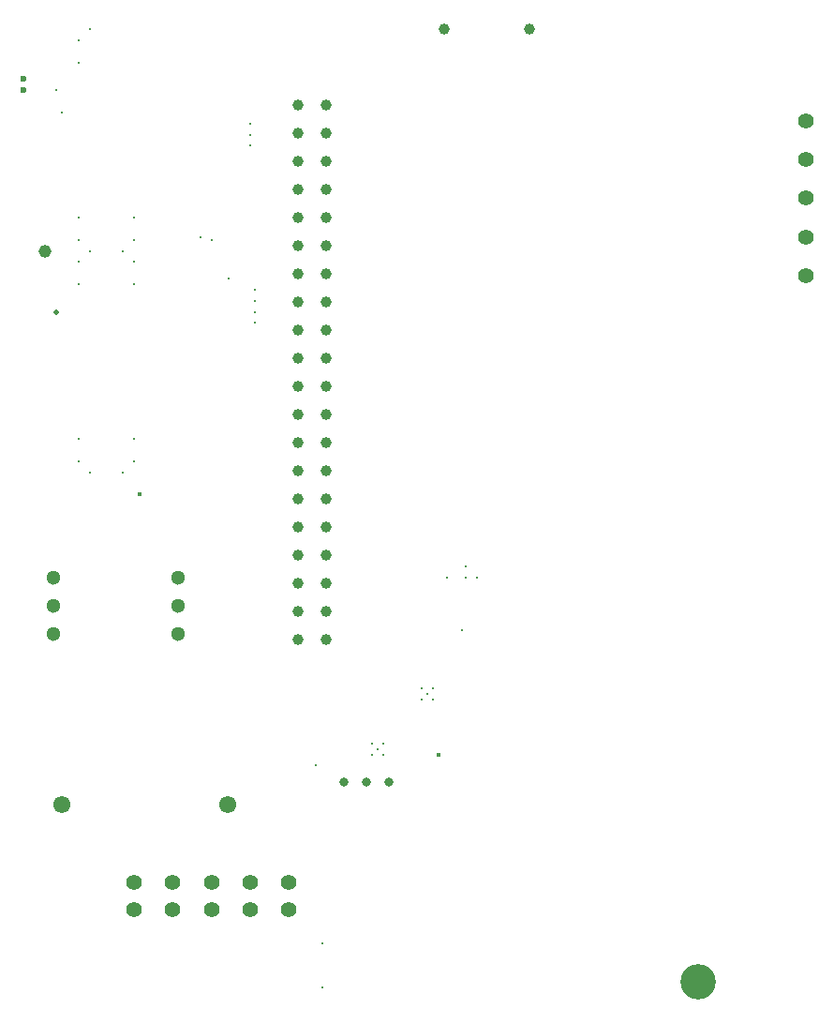
<source format=gbr>
%TF.GenerationSoftware,KiCad,Pcbnew,9.0.1*%
%TF.CreationDate,2025-04-28T14:14:31+03:00*%
%TF.ProjectId,PM_CPU-RP,504d5f43-5055-42d5-9250-2e6b69636164,rev?*%
%TF.SameCoordinates,Original*%
%TF.FileFunction,Plated,1,2,PTH,Drill*%
%TF.FilePolarity,Positive*%
%FSLAX46Y46*%
G04 Gerber Fmt 4.6, Leading zero omitted, Abs format (unit mm)*
G04 Created by KiCad (PCBNEW 9.0.1) date 2025-04-28 14:14:31*
%MOMM*%
%LPD*%
G01*
G04 APERTURE LIST*
%TA.AperFunction,ViaDrill*%
%ADD10C,0.300000*%
%TD*%
%TA.AperFunction,ViaDrill*%
%ADD11C,0.400000*%
%TD*%
%TA.AperFunction,ViaDrill*%
%ADD12C,0.500000*%
%TD*%
%TA.AperFunction,ViaDrill*%
%ADD13C,0.600000*%
%TD*%
%TA.AperFunction,ComponentDrill*%
%ADD14C,0.800000*%
%TD*%
%TA.AperFunction,ComponentDrill*%
%ADD15C,1.000000*%
%TD*%
%TA.AperFunction,ComponentDrill*%
%ADD16C,1.150000*%
%TD*%
%TA.AperFunction,ComponentDrill*%
%ADD17C,1.300000*%
%TD*%
%TA.AperFunction,ComponentDrill*%
%ADD18C,1.400000*%
%TD*%
%TA.AperFunction,ComponentDrill*%
%ADD19C,1.550000*%
%TD*%
%TA.AperFunction,ComponentDrill*%
%ADD20C,3.200000*%
%TD*%
G04 APERTURE END LIST*
D10*
X-36000000Y34500000D03*
X-35500000Y32500000D03*
X-34000000Y39000000D03*
X-34000000Y37000000D03*
X-34000000Y23000000D03*
X-34000000Y21000000D03*
X-34000000Y19000000D03*
X-34000000Y17000000D03*
X-34000000Y3000000D03*
X-34000000Y1000000D03*
X-33000000Y40000000D03*
X-33000000Y20000000D03*
X-33000000Y0D03*
X-30000000Y20000000D03*
X-30000000Y0D03*
X-29000000Y23000000D03*
X-29000000Y21000000D03*
X-29000000Y19000000D03*
X-29000000Y17000000D03*
X-29000000Y3000000D03*
X-29000000Y1000000D03*
X-23000000Y21250000D03*
X-22000000Y21000000D03*
X-20433150Y17500000D03*
X-18500000Y31500000D03*
X-18500000Y30500000D03*
X-18500000Y29500000D03*
X-18050000Y16500000D03*
X-18050000Y15500000D03*
X-18050000Y14500000D03*
X-18050000Y13500000D03*
X-12600000Y-26400000D03*
X-12000000Y-42500000D03*
X-12000000Y-46500000D03*
X-7500000Y-24500000D03*
X-7500000Y-25500000D03*
X-7000000Y-25000000D03*
X-6500000Y-24500000D03*
X-6500000Y-25500000D03*
X-3000000Y-19500000D03*
X-3000000Y-20500000D03*
X-2500000Y-20000000D03*
X-2000000Y-19500000D03*
X-2000000Y-20500000D03*
X-750000Y-9500000D03*
X634700Y-14217100D03*
X1000000Y-8500000D03*
X1000000Y-9500000D03*
X2000000Y-9500000D03*
D11*
X-28500000Y-2000000D03*
X-1500000Y-25500000D03*
D12*
X-36000000Y14500000D03*
D13*
X-39000000Y35500000D03*
X-39000000Y34500000D03*
D14*
%TO.C,J11*%
X-10000000Y-28000000D03*
X-8000000Y-28000000D03*
X-6000000Y-28000000D03*
D15*
%TO.C,D1*%
X-14130000Y33170000D03*
X-14130000Y30630000D03*
X-14130000Y28090000D03*
X-14130000Y25550000D03*
X-14130000Y23010000D03*
X-14130000Y20470000D03*
X-14130000Y17930000D03*
X-14130000Y15390000D03*
X-14130000Y12850000D03*
X-14130000Y10310000D03*
X-14130000Y7770000D03*
X-14130000Y5230000D03*
X-14130000Y2690000D03*
X-14130000Y150000D03*
X-14130000Y-2390000D03*
X-14130000Y-4930000D03*
X-14130000Y-7470000D03*
X-14130000Y-10010000D03*
X-14130000Y-12550000D03*
X-14130000Y-15090000D03*
X-11590000Y33170000D03*
X-11590000Y30630000D03*
X-11590000Y28090000D03*
X-11590000Y25550000D03*
X-11590000Y23010000D03*
X-11590000Y20470000D03*
X-11590000Y17930000D03*
X-11590000Y15390000D03*
X-11590000Y12850000D03*
X-11590000Y10310000D03*
X-11590000Y7770000D03*
X-11590000Y5230000D03*
X-11590000Y2690000D03*
X-11590000Y150000D03*
X-11590000Y-2390000D03*
X-11590000Y-4930000D03*
X-11590000Y-7470000D03*
X-11590000Y-10010000D03*
X-11590000Y-12550000D03*
X-11590000Y-15090000D03*
%TO.C,J1*%
X-1000000Y40000000D03*
X6750000Y40000000D03*
D16*
%TO.C,U2*%
X-37000000Y20000000D03*
D17*
%TO.C,J4*%
X-36235000Y-9460000D03*
X-36235000Y-12000000D03*
X-36235000Y-14540000D03*
%TO.C,J5*%
X-25000000Y-9460000D03*
X-25000000Y-12000000D03*
X-25000000Y-14540000D03*
D18*
%TO.C,J3*%
X-29000000Y-37000000D03*
X-29000000Y-39500000D03*
X-25500000Y-37000000D03*
X-25500000Y-39500000D03*
X-22000000Y-37000000D03*
X-22000000Y-39500000D03*
X-18500000Y-37000000D03*
X-18500000Y-39500000D03*
X-15000000Y-37000000D03*
X-15000000Y-39500000D03*
%TO.C,J2*%
X31750000Y31750000D03*
X31750000Y28250000D03*
X31750000Y24750000D03*
X31750000Y21250000D03*
X31750000Y17750000D03*
D19*
%TO.C,U1*%
X-35500000Y-30000000D03*
X-20500000Y-30000000D03*
D20*
%TO.C,PE1*%
X22000000Y-46000000D03*
M02*

</source>
